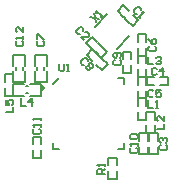
<source format=gto>
%FSLAX24Y24*%
%MOIN*%
G70*
G01*
G75*
G04 Layer_Color=65535*
%ADD10R,0.0197X0.0256*%
%ADD11R,0.0197X0.0236*%
%ADD12R,0.0236X0.0197*%
%ADD13R,0.0217X0.0236*%
G04:AMPARAMS|DCode=14|XSize=19.7mil|YSize=23.6mil|CornerRadius=0mil|HoleSize=0mil|Usage=FLASHONLY|Rotation=225.000|XOffset=0mil|YOffset=0mil|HoleType=Round|Shape=Rectangle|*
%AMROTATEDRECTD14*
4,1,4,-0.0014,0.0153,0.0153,-0.0014,0.0014,-0.0153,-0.0153,0.0014,-0.0014,0.0153,0.0*
%
%ADD14ROTATEDRECTD14*%

%ADD15R,0.0315X0.0295*%
%ADD16R,0.1850X0.1850*%
%ADD17O,0.0079X0.0256*%
%ADD18O,0.0256X0.0079*%
G04:AMPARAMS|DCode=19|XSize=47.2mil|YSize=43.3mil|CornerRadius=0mil|HoleSize=0mil|Usage=FLASHONLY|Rotation=225.000|XOffset=0mil|YOffset=0mil|HoleType=Round|Shape=Rectangle|*
%AMROTATEDRECTD19*
4,1,4,0.0014,0.0320,0.0320,0.0014,-0.0014,-0.0320,-0.0320,-0.0014,0.0014,0.0320,0.0*
%
%ADD19ROTATEDRECTD19*%

%ADD20R,0.0295X0.0315*%
%ADD21R,0.0400X0.0370*%
%ADD22C,0.0090*%
%ADD23C,0.0080*%
%ADD24C,0.0060*%
%ADD25C,0.0370*%
%ADD26C,0.0150*%
%ADD27C,0.0240*%
%ADD28C,0.0260*%
%ADD29C,0.0098*%
%ADD30C,0.0079*%
%ADD31C,0.0050*%
D24*
X1928Y258D02*
Y514D01*
Y-194D02*
Y62D01*
X1652Y258D02*
X1652Y514D01*
Y-194D02*
Y62D01*
Y-194D02*
X1928D01*
X1652Y514D02*
X1928D01*
Y968D02*
Y1224D01*
Y516D02*
Y772D01*
X1652Y968D02*
Y1224D01*
Y516D02*
X1652Y772D01*
X1652Y516D02*
X1928D01*
X1652Y1224D02*
X1928D01*
X2398Y952D02*
X2654D01*
X1946D02*
X2202D01*
X2398Y1228D02*
X2654D01*
X1946D02*
X2202D01*
X1946Y952D02*
Y1228D01*
X2654Y952D02*
Y1228D01*
X2032Y-1354D02*
Y-1098D01*
Y-646D02*
X2032Y-902D01*
X2308Y-1354D02*
Y-1098D01*
Y-902D02*
Y-646D01*
X2032D02*
X2308D01*
X2032Y-1354D02*
X2308D01*
X1928Y2388D02*
Y2644D01*
Y1936D02*
Y2192D01*
X1652Y2388D02*
Y2644D01*
Y1936D02*
Y2192D01*
Y1936D02*
X1928D01*
X1652Y2644D02*
X1928D01*
X2208Y-192D02*
Y64D01*
Y-644D02*
Y-388D01*
X1932Y-192D02*
Y64D01*
Y-644D02*
Y-388D01*
Y-644D02*
X2208D01*
X1932Y64D02*
X2208D01*
X1928Y1678D02*
Y1934D01*
Y1226D02*
Y1482D01*
X1652Y1678D02*
X1652Y1934D01*
Y1226D02*
Y1482D01*
Y1226D02*
X1928Y1226D01*
X1652Y1934D02*
X1928Y1934D01*
X958Y-1722D02*
Y-1476D01*
Y-2164D02*
Y-1918D01*
X662Y-1722D02*
Y-1476D01*
Y-2164D02*
Y-1918D01*
Y-2164D02*
X958D01*
X662Y-1476D02*
X958D01*
X117Y2568D02*
X298Y2387D01*
X437Y2248D02*
X618Y2067D01*
X-78Y2373D02*
X103Y2192D01*
X242Y2053D02*
X423Y1872D01*
X618Y2067D01*
X-78Y2373D02*
X117Y2568D01*
X1428Y1818D02*
Y2074D01*
Y1366D02*
Y1622D01*
X1152Y1818D02*
Y2074D01*
Y1366D02*
Y1622D01*
Y1366D02*
X1428D01*
X1152Y2074D02*
X1428D01*
X-1787Y1973D02*
X-1393D01*
X-1787Y1047D02*
X-1393D01*
X-1787D02*
Y1412D01*
Y1608D02*
Y1973D01*
X-1393Y1047D02*
Y1412D01*
Y1608D02*
Y1973D01*
X137Y2148D02*
X318Y1967D01*
X457Y1828D02*
X638Y1647D01*
X-58Y1953D02*
X123Y1772D01*
X262Y1633D02*
X443Y1452D01*
X638Y1647D01*
X-58Y1953D02*
X137Y2148D01*
X-1858Y-1474D02*
Y-1218D01*
Y-1022D02*
Y-766D01*
X-1582Y-1474D02*
Y-1218D01*
Y-1022D02*
Y-766D01*
X-1858D02*
X-1582D01*
X-1858Y-1474D02*
X-1582D01*
X950Y2162D02*
X1365Y2577D01*
X311Y2370D02*
X414Y2267D01*
X212Y2900D02*
X630Y3318D01*
X1173Y3220D02*
X1270Y3123D01*
X1292Y3103D02*
X1473Y2922D01*
X972Y3423D02*
X1153Y3242D01*
X1487Y3298D02*
X1668Y3117D01*
X1167Y3618D02*
X1348Y3437D01*
X972Y3423D02*
X1167Y3618D01*
X1473Y2922D02*
X1668Y3117D01*
X-2503Y997D02*
X-2138D01*
X-1942D02*
X-1577D01*
X-2503Y603D02*
X-2138D01*
X-1942D02*
X-1577D01*
X-2503D02*
Y997D01*
X-1577Y603D02*
Y997D01*
X-2778Y1314D02*
X-2502D01*
X-2778Y606D02*
X-2502D01*
X-2778D02*
Y862D01*
Y1058D02*
Y1314D01*
X-2502Y606D02*
Y862D01*
Y1058D02*
Y1314D01*
X1702Y-1354D02*
Y-1098D01*
Y-902D02*
Y-646D01*
X1978Y-1354D02*
Y-1098D01*
Y-902D02*
Y-646D01*
X1702D02*
X1978D01*
X1702Y-1354D02*
X1978D01*
X-2497Y1973D02*
X-2103D01*
X-2497Y1047D02*
X-2103D01*
X-2497D02*
Y1412D01*
Y1608D02*
Y1973D01*
X-2103Y1047D02*
Y1412D01*
Y1608D02*
Y1973D01*
D29*
X-1486Y866D02*
G03*
X-1486Y866I-49J0D01*
G01*
D30*
X-1708Y1471D02*
Y1549D01*
X-1472Y1471D02*
Y1549D01*
X-1181Y-1181D02*
Y-984D01*
Y-1181D02*
X-984D01*
X984D02*
X1181D01*
Y-984D01*
Y984D02*
Y1181D01*
X984D02*
X1181D01*
X-1181Y984D02*
X-984Y1181D01*
X-2079Y918D02*
X-2001D01*
X-2079Y682D02*
X-2001D01*
X-2418Y1471D02*
Y1549D01*
X-2182Y1471D02*
Y1549D01*
D31*
X2277Y1498D02*
X2235Y1540D01*
X2152D01*
X2110Y1498D01*
Y1332D01*
X2152Y1290D01*
X2235D01*
X2277Y1332D01*
X2485Y1290D02*
Y1540D01*
X2360Y1415D01*
X2527D01*
X2412Y-1043D02*
X2370Y-1085D01*
Y-1168D01*
X2412Y-1210D01*
X2578D01*
X2620Y-1168D01*
Y-1085D01*
X2578Y-1043D01*
X2412Y-960D02*
X2370Y-918D01*
Y-835D01*
X2412Y-793D01*
X2453D01*
X2495Y-835D01*
Y-877D01*
Y-835D01*
X2537Y-793D01*
X2578D01*
X2620Y-835D01*
Y-918D01*
X2578Y-960D01*
X2167Y758D02*
X2125Y800D01*
X2042D01*
X2000Y758D01*
Y592D01*
X2042Y550D01*
X2125D01*
X2167Y592D01*
X2417Y800D02*
X2250D01*
Y675D01*
X2333Y717D01*
X2375D01*
X2417Y675D01*
Y592D01*
X2375Y550D01*
X2292D01*
X2250Y592D01*
X2042Y2247D02*
X2000Y2205D01*
Y2122D01*
X2042Y2080D01*
X2208D01*
X2250Y2122D01*
Y2205D01*
X2208Y2247D01*
X2000Y2497D02*
X2042Y2413D01*
X2125Y2330D01*
X2208D01*
X2250Y2372D01*
Y2455D01*
X2208Y2497D01*
X2167D01*
X2125Y2455D01*
Y2330D01*
X2000Y450D02*
Y200D01*
X2167D01*
X2250D02*
X2333D01*
X2292D01*
Y450D01*
X2250Y408D01*
X2280Y-500D02*
X2530D01*
Y-333D01*
Y-83D02*
Y-250D01*
X2363Y-83D01*
X2322D01*
X2280Y-125D01*
Y-208D01*
X2322Y-250D01*
X2000Y1900D02*
Y1650D01*
X2167D01*
X2250Y1858D02*
X2292Y1900D01*
X2375D01*
X2417Y1858D01*
Y1817D01*
X2375Y1775D01*
X2333D01*
X2375D01*
X2417Y1733D01*
Y1692D01*
X2375Y1650D01*
X2292D01*
X2250Y1692D01*
X550Y-2000D02*
X300D01*
Y-1875D01*
X342Y-1833D01*
X425D01*
X467Y-1875D01*
Y-2000D01*
Y-1917D02*
X550Y-1833D01*
Y-1750D02*
Y-1667D01*
Y-1708D01*
X300D01*
X342Y-1750D01*
X-165Y2769D02*
Y2828D01*
X-224Y2887D01*
X-283D01*
X-401Y2769D01*
Y2711D01*
X-342Y2652D01*
X-283D01*
X-135Y2445D02*
X-253Y2563D01*
X-18D01*
X12Y2593D01*
Y2652D01*
X-47Y2711D01*
X-106D01*
X872Y1787D02*
X830Y1745D01*
Y1662D01*
X872Y1620D01*
X1038D01*
X1080Y1662D01*
Y1745D01*
X1038Y1787D01*
Y1870D02*
X1080Y1912D01*
Y1995D01*
X1038Y2037D01*
X872D01*
X830Y1995D01*
Y1912D01*
X872Y1870D01*
X913D01*
X955Y1912D01*
Y2037D01*
X-1671Y2419D02*
X-1712Y2377D01*
Y2294D01*
X-1671Y2252D01*
X-1504D01*
X-1463Y2294D01*
Y2377D01*
X-1504Y2419D01*
X-1712Y2502D02*
Y2668D01*
X-1671D01*
X-1504Y2502D01*
X-1463D01*
X-25Y1749D02*
Y1808D01*
X-84Y1867D01*
X-143D01*
X-261Y1749D01*
Y1691D01*
X-202Y1632D01*
X-143D01*
X34Y1691D02*
X93D01*
X152Y1632D01*
Y1573D01*
X122Y1543D01*
X63D01*
X63Y1484D01*
X34Y1455D01*
X-25D01*
X-84Y1514D01*
Y1573D01*
X-54Y1602D01*
X5Y1602D01*
Y1661D01*
X34Y1691D01*
X5Y1602D02*
X63Y1543D01*
X-1800Y-513D02*
X-1842Y-555D01*
Y-638D01*
X-1800Y-680D01*
X-1634D01*
X-1592Y-638D01*
Y-555D01*
X-1634Y-513D01*
X-1592Y-430D02*
Y-347D01*
Y-388D01*
X-1842D01*
X-1800Y-430D01*
X-1592Y-222D02*
Y-139D01*
Y-180D01*
X-1842D01*
X-1800Y-222D01*
X-970Y1670D02*
Y1462D01*
X-928Y1420D01*
X-845D01*
X-803Y1462D01*
Y1670D01*
X-720Y1420D02*
X-637D01*
X-678D01*
Y1670D01*
X-720Y1628D01*
X63Y3227D02*
X358Y3168D01*
X181Y3345D02*
X240Y3050D01*
X417Y3227D02*
X476Y3286D01*
X446Y3256D01*
X269Y3433D01*
Y3374D01*
X1745Y3449D02*
Y3508D01*
X1686Y3567D01*
X1627D01*
X1509Y3449D01*
Y3391D01*
X1568Y3332D01*
X1627D01*
X1657Y3243D02*
X1716Y3184D01*
X1686Y3214D01*
X1863Y3391D01*
X1804D01*
X-2252Y520D02*
Y270D01*
X-2085D01*
X-1877D02*
Y520D01*
X-2002Y395D01*
X-1836D01*
X-2762Y50D02*
X-2512D01*
Y217D01*
X-2762Y467D02*
Y300D01*
X-2637D01*
X-2679Y383D01*
Y425D01*
X-2637Y467D01*
X-2554D01*
X-2512Y425D01*
Y342D01*
X-2554Y300D01*
X1432Y-1143D02*
X1390Y-1185D01*
Y-1268D01*
X1432Y-1310D01*
X1598D01*
X1640Y-1268D01*
Y-1185D01*
X1598Y-1143D01*
X1640Y-1060D02*
Y-977D01*
Y-1018D01*
X1390D01*
X1432Y-1060D01*
Y-852D02*
X1390Y-810D01*
Y-727D01*
X1432Y-685D01*
X1598D01*
X1640Y-727D01*
Y-810D01*
X1598Y-852D01*
X1432D01*
X-2381Y2419D02*
X-2422Y2377D01*
Y2294D01*
X-2381Y2252D01*
X-2214D01*
X-2173Y2294D01*
Y2377D01*
X-2214Y2419D01*
X-2173Y2502D02*
Y2585D01*
Y2543D01*
X-2422D01*
X-2381Y2502D01*
X-2173Y2877D02*
Y2710D01*
X-2339Y2877D01*
X-2381D01*
X-2422Y2835D01*
Y2752D01*
X-2381Y2710D01*
M02*

</source>
